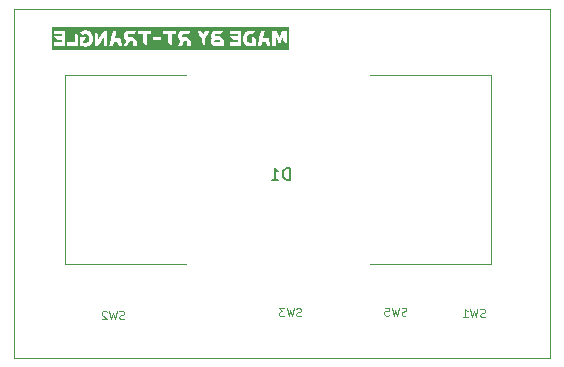
<source format=gbr>
%TF.GenerationSoftware,KiCad,Pcbnew,(6.0.1)*%
%TF.CreationDate,2022-09-04T12:14:09+08:00*%
%TF.ProjectId,Digital Clock,44696769-7461-46c2-9043-6c6f636b2e6b,_____*%
%TF.SameCoordinates,Original*%
%TF.FileFunction,Legend,Bot*%
%TF.FilePolarity,Positive*%
%FSLAX46Y46*%
G04 Gerber Fmt 4.6, Leading zero omitted, Abs format (unit mm)*
G04 Created by KiCad (PCBNEW (6.0.1)) date 2022-09-04 12:14:09*
%MOMM*%
%LPD*%
G01*
G04 APERTURE LIST*
%TA.AperFunction,Profile*%
%ADD10C,0.100000*%
%TD*%
%ADD11C,0.100000*%
%ADD12C,0.150000*%
%ADD13C,0.120000*%
G04 APERTURE END LIST*
D10*
X43410000Y-19400000D02*
X88800000Y-19400000D01*
X88800000Y-19400000D02*
X88800000Y-48900000D01*
X88800000Y-48900000D02*
X43410000Y-48900000D01*
X43410000Y-48900000D02*
X43410000Y-19400000D01*
D11*
%TO.C,SW2*%
X52723333Y-45613333D02*
X52623333Y-45646666D01*
X52456666Y-45646666D01*
X52390000Y-45613333D01*
X52356666Y-45580000D01*
X52323333Y-45513333D01*
X52323333Y-45446666D01*
X52356666Y-45380000D01*
X52390000Y-45346666D01*
X52456666Y-45313333D01*
X52590000Y-45280000D01*
X52656666Y-45246666D01*
X52690000Y-45213333D01*
X52723333Y-45146666D01*
X52723333Y-45080000D01*
X52690000Y-45013333D01*
X52656666Y-44980000D01*
X52590000Y-44946666D01*
X52423333Y-44946666D01*
X52323333Y-44980000D01*
X52090000Y-44946666D02*
X51923333Y-45646666D01*
X51790000Y-45146666D01*
X51656666Y-45646666D01*
X51490000Y-44946666D01*
X51256666Y-45013333D02*
X51223333Y-44980000D01*
X51156666Y-44946666D01*
X50990000Y-44946666D01*
X50923333Y-44980000D01*
X50890000Y-45013333D01*
X50856666Y-45080000D01*
X50856666Y-45146666D01*
X50890000Y-45246666D01*
X51290000Y-45646666D01*
X50856666Y-45646666D01*
%TO.C,SW5*%
X76633333Y-45323333D02*
X76533333Y-45356666D01*
X76366666Y-45356666D01*
X76300000Y-45323333D01*
X76266666Y-45290000D01*
X76233333Y-45223333D01*
X76233333Y-45156666D01*
X76266666Y-45090000D01*
X76300000Y-45056666D01*
X76366666Y-45023333D01*
X76500000Y-44990000D01*
X76566666Y-44956666D01*
X76600000Y-44923333D01*
X76633333Y-44856666D01*
X76633333Y-44790000D01*
X76600000Y-44723333D01*
X76566666Y-44690000D01*
X76500000Y-44656666D01*
X76333333Y-44656666D01*
X76233333Y-44690000D01*
X76000000Y-44656666D02*
X75833333Y-45356666D01*
X75700000Y-44856666D01*
X75566666Y-45356666D01*
X75400000Y-44656666D01*
X74800000Y-44656666D02*
X75133333Y-44656666D01*
X75166666Y-44990000D01*
X75133333Y-44956666D01*
X75066666Y-44923333D01*
X74900000Y-44923333D01*
X74833333Y-44956666D01*
X74800000Y-44990000D01*
X74766666Y-45056666D01*
X74766666Y-45223333D01*
X74800000Y-45290000D01*
X74833333Y-45323333D01*
X74900000Y-45356666D01*
X75066666Y-45356666D01*
X75133333Y-45323333D01*
X75166666Y-45290000D01*
D12*
%TO.C,D1*%
X66748095Y-33852380D02*
X66748095Y-32852380D01*
X66510000Y-32852380D01*
X66367142Y-32900000D01*
X66271904Y-32995238D01*
X66224285Y-33090476D01*
X66176666Y-33280952D01*
X66176666Y-33423809D01*
X66224285Y-33614285D01*
X66271904Y-33709523D01*
X66367142Y-33804761D01*
X66510000Y-33852380D01*
X66748095Y-33852380D01*
X65224285Y-33852380D02*
X65795714Y-33852380D01*
X65510000Y-33852380D02*
X65510000Y-32852380D01*
X65605238Y-32995238D01*
X65700476Y-33090476D01*
X65795714Y-33138095D01*
D11*
%TO.C,SW1*%
X83283333Y-45443333D02*
X83183333Y-45476666D01*
X83016666Y-45476666D01*
X82950000Y-45443333D01*
X82916666Y-45410000D01*
X82883333Y-45343333D01*
X82883333Y-45276666D01*
X82916666Y-45210000D01*
X82950000Y-45176666D01*
X83016666Y-45143333D01*
X83150000Y-45110000D01*
X83216666Y-45076666D01*
X83250000Y-45043333D01*
X83283333Y-44976666D01*
X83283333Y-44910000D01*
X83250000Y-44843333D01*
X83216666Y-44810000D01*
X83150000Y-44776666D01*
X82983333Y-44776666D01*
X82883333Y-44810000D01*
X82650000Y-44776666D02*
X82483333Y-45476666D01*
X82350000Y-44976666D01*
X82216666Y-45476666D01*
X82050000Y-44776666D01*
X81416666Y-45476666D02*
X81816666Y-45476666D01*
X81616666Y-45476666D02*
X81616666Y-44776666D01*
X81683333Y-44876666D01*
X81750000Y-44943333D01*
X81816666Y-44976666D01*
%TO.C,SW3*%
X67723333Y-45373333D02*
X67623333Y-45406666D01*
X67456666Y-45406666D01*
X67390000Y-45373333D01*
X67356666Y-45340000D01*
X67323333Y-45273333D01*
X67323333Y-45206666D01*
X67356666Y-45140000D01*
X67390000Y-45106666D01*
X67456666Y-45073333D01*
X67590000Y-45040000D01*
X67656666Y-45006666D01*
X67690000Y-44973333D01*
X67723333Y-44906666D01*
X67723333Y-44840000D01*
X67690000Y-44773333D01*
X67656666Y-44740000D01*
X67590000Y-44706666D01*
X67423333Y-44706666D01*
X67323333Y-44740000D01*
X67090000Y-44706666D02*
X66923333Y-45406666D01*
X66790000Y-44906666D01*
X66656666Y-45406666D01*
X66490000Y-44706666D01*
X66290000Y-44706666D02*
X65856666Y-44706666D01*
X66090000Y-44973333D01*
X65990000Y-44973333D01*
X65923333Y-45006666D01*
X65890000Y-45040000D01*
X65856666Y-45106666D01*
X65856666Y-45273333D01*
X65890000Y-45340000D01*
X65923333Y-45373333D01*
X65990000Y-45406666D01*
X66190000Y-45406666D01*
X66256666Y-45373333D01*
X66290000Y-45340000D01*
D13*
%TO.C,D1*%
X83760000Y-40970000D02*
X73560000Y-40970000D01*
X57960000Y-24970000D02*
X47760000Y-24970000D01*
X83760000Y-24970000D02*
X83760000Y-40970000D01*
X47760000Y-24970000D02*
X47760000Y-40970000D01*
X57960000Y-40970000D02*
X47760000Y-40970000D01*
X83760000Y-24970000D02*
X73560000Y-24970000D01*
%TO.C,G1*%
G36*
X46660000Y-22869083D02*
G01*
X46660000Y-22525176D01*
X46814386Y-22525176D01*
X48835439Y-22525176D01*
X48975790Y-22525176D01*
X49085875Y-22525176D01*
X49104549Y-22525192D01*
X49133294Y-22525322D01*
X49156233Y-22525607D01*
X49174148Y-22526081D01*
X49187818Y-22526779D01*
X49198024Y-22527732D01*
X49205545Y-22528974D01*
X49211162Y-22530540D01*
X49223596Y-22534136D01*
X49242268Y-22538334D01*
X49265456Y-22542748D01*
X49291897Y-22547153D01*
X49320324Y-22551325D01*
X49349474Y-22555039D01*
X49360659Y-22556249D01*
X49387322Y-22558511D01*
X49416233Y-22560270D01*
X49445856Y-22561486D01*
X49474652Y-22562117D01*
X49501083Y-22562125D01*
X49523613Y-22561466D01*
X49540702Y-22560102D01*
X49564272Y-22556778D01*
X49628895Y-22543415D01*
X49686485Y-22525250D01*
X50235439Y-22525250D01*
X50386562Y-22524336D01*
X50537684Y-22523421D01*
X50776912Y-22134952D01*
X51016141Y-21746483D01*
X51017033Y-22135829D01*
X51017926Y-22525176D01*
X51323158Y-22525176D01*
X51466200Y-22525176D01*
X51781548Y-22525176D01*
X51823078Y-22350590D01*
X51825128Y-22341976D01*
X51833202Y-22308084D01*
X51840825Y-22276147D01*
X51847831Y-22246861D01*
X51854052Y-22220921D01*
X51859321Y-22199025D01*
X51863470Y-22181869D01*
X51866333Y-22170149D01*
X51867743Y-22164562D01*
X51870877Y-22153119D01*
X52020608Y-22154034D01*
X52170338Y-22154949D01*
X52258246Y-22525159D01*
X52415644Y-22525167D01*
X52573042Y-22525176D01*
X52684170Y-22525176D01*
X52836121Y-22525061D01*
X52988071Y-22524947D01*
X53215103Y-22093537D01*
X53498597Y-22093537D01*
X53498597Y-22525176D01*
X53800351Y-22525176D01*
X57263118Y-22525176D01*
X57567018Y-22524970D01*
X57680530Y-22309253D01*
X57794042Y-22093537D01*
X58077544Y-22093537D01*
X58077544Y-22525176D01*
X58379299Y-22525176D01*
X58379299Y-22094869D01*
X58234759Y-21938041D01*
X58090220Y-21781213D01*
X57900406Y-21781213D01*
X57856295Y-21781193D01*
X57818596Y-21781102D01*
X57786702Y-21780890D01*
X57760009Y-21780511D01*
X57737909Y-21779914D01*
X57719798Y-21779053D01*
X57705069Y-21777878D01*
X57693116Y-21776341D01*
X57683334Y-21774395D01*
X57675117Y-21771990D01*
X57667858Y-21769079D01*
X57660953Y-21765613D01*
X57653794Y-21761543D01*
X57643343Y-21754389D01*
X57625412Y-21736297D01*
X57611287Y-21713981D01*
X57601437Y-21688814D01*
X57596327Y-21662171D01*
X57596426Y-21635423D01*
X57602200Y-21609945D01*
X57604520Y-21604038D01*
X57617797Y-21580424D01*
X57635833Y-21559484D01*
X57657190Y-21542661D01*
X57680431Y-21531399D01*
X57682793Y-21530829D01*
X57689889Y-21529930D01*
X57701141Y-21529119D01*
X57716907Y-21528387D01*
X57737546Y-21527726D01*
X57763414Y-21527127D01*
X57794869Y-21526580D01*
X57832269Y-21526077D01*
X57875972Y-21525607D01*
X57926334Y-21525163D01*
X58159334Y-21523283D01*
X58255314Y-21388176D01*
X58272313Y-21364246D01*
X58291615Y-21337067D01*
X58309724Y-21311561D01*
X58326162Y-21288404D01*
X58340450Y-21268268D01*
X58352109Y-21251830D01*
X58360660Y-21239764D01*
X58365625Y-21232744D01*
X58378428Y-21214583D01*
X58919650Y-21214583D01*
X58919685Y-21214687D01*
X58921810Y-21218826D01*
X58927058Y-21228667D01*
X58935214Y-21243811D01*
X58946062Y-21263862D01*
X58959386Y-21288423D01*
X58974971Y-21317096D01*
X58992601Y-21349485D01*
X59012059Y-21385194D01*
X59033130Y-21423824D01*
X59055598Y-21464980D01*
X59079246Y-21508263D01*
X59103860Y-21553278D01*
X59288071Y-21890041D01*
X59288073Y-22193551D01*
X59435721Y-22354977D01*
X59439768Y-22359400D01*
X59465658Y-22387703D01*
X59490119Y-22414437D01*
X59512737Y-22439151D01*
X59533099Y-22461393D01*
X59550791Y-22480712D01*
X59565400Y-22496657D01*
X59576513Y-22508777D01*
X59583716Y-22516621D01*
X59586597Y-22519736D01*
X59586728Y-22519690D01*
X59587274Y-22515265D01*
X59587776Y-22504190D01*
X59588231Y-22486763D01*
X59588635Y-22463284D01*
X59588985Y-22434051D01*
X59589279Y-22399364D01*
X59589513Y-22359523D01*
X59589684Y-22314826D01*
X59589789Y-22265572D01*
X59589825Y-22212062D01*
X59589825Y-21901053D01*
X59745956Y-21617798D01*
X60081232Y-21617798D01*
X60083975Y-21662580D01*
X60090462Y-21706120D01*
X60100629Y-21746493D01*
X60104765Y-21758499D01*
X60112514Y-21778036D01*
X60121660Y-21798793D01*
X60131288Y-21818805D01*
X60140480Y-21836107D01*
X60148320Y-21848732D01*
X60148970Y-21849664D01*
X60153079Y-21856785D01*
X60154135Y-21861100D01*
X60153830Y-21861702D01*
X60150741Y-21867144D01*
X60145236Y-21876529D01*
X60138259Y-21888246D01*
X60124993Y-21912699D01*
X60107045Y-21955527D01*
X60093284Y-22002076D01*
X60084205Y-22050859D01*
X60082635Y-22067958D01*
X60081778Y-22091469D01*
X60081811Y-22117712D01*
X60082668Y-22144743D01*
X60084285Y-22170614D01*
X60086597Y-22193381D01*
X60089540Y-22211097D01*
X60097500Y-22242168D01*
X60115681Y-22293257D01*
X60139091Y-22339914D01*
X60167538Y-22381938D01*
X60200833Y-22419129D01*
X60238782Y-22451283D01*
X60281196Y-22478200D01*
X60327882Y-22499679D01*
X60378649Y-22515517D01*
X60382396Y-22516422D01*
X60387252Y-22517501D01*
X60392402Y-22518457D01*
X60398267Y-22519301D01*
X60405266Y-22520040D01*
X60413820Y-22520685D01*
X60424349Y-22521243D01*
X60437274Y-22521724D01*
X60453013Y-22522136D01*
X60471989Y-22522489D01*
X60494620Y-22522791D01*
X60521328Y-22523051D01*
X60552532Y-22523279D01*
X60588652Y-22523482D01*
X60630109Y-22523671D01*
X60677323Y-22523853D01*
X60730714Y-22524038D01*
X60790702Y-22524234D01*
X61172281Y-22525468D01*
X61172281Y-22525176D01*
X61712632Y-22525176D01*
X62649474Y-22525176D01*
X62649474Y-21853282D01*
X62793495Y-21853282D01*
X62795523Y-21931138D01*
X62804336Y-22008482D01*
X62819933Y-22084673D01*
X62823811Y-22099488D01*
X62844116Y-22163299D01*
X62869024Y-22222658D01*
X62898319Y-22277353D01*
X62931785Y-22327170D01*
X62969203Y-22371897D01*
X63010357Y-22411319D01*
X63055031Y-22445225D01*
X63103006Y-22473400D01*
X63154066Y-22495631D01*
X63207994Y-22511707D01*
X63264573Y-22521412D01*
X63265712Y-22521529D01*
X63277199Y-22522261D01*
X63295393Y-22522919D01*
X63320025Y-22523499D01*
X63350825Y-22523998D01*
X63387525Y-22524414D01*
X63429855Y-22524742D01*
X63477546Y-22524981D01*
X63530328Y-22525126D01*
X63587932Y-22525176D01*
X63877544Y-22525176D01*
X64020586Y-22525176D01*
X64335934Y-22525176D01*
X64377464Y-22350590D01*
X64379514Y-22341976D01*
X64387588Y-22308084D01*
X64395211Y-22276147D01*
X64402217Y-22246861D01*
X64408438Y-22220921D01*
X64413706Y-22199025D01*
X64417856Y-22181869D01*
X64420719Y-22170149D01*
X64422129Y-22164562D01*
X64425263Y-22153119D01*
X64574994Y-22154034D01*
X64724724Y-22154949D01*
X64812632Y-22525159D01*
X64970030Y-22525167D01*
X65127428Y-22525176D01*
X65270527Y-22525176D01*
X65575759Y-22525176D01*
X65576652Y-22136403D01*
X65577544Y-21747631D01*
X65729869Y-22074114D01*
X65745958Y-22108587D01*
X65766376Y-22152300D01*
X65785823Y-22193894D01*
X65804100Y-22232945D01*
X65821006Y-22269029D01*
X65836343Y-22301720D01*
X65849911Y-22330596D01*
X65861512Y-22355231D01*
X65870946Y-22375202D01*
X65878014Y-22390083D01*
X65882517Y-22399452D01*
X65884255Y-22402882D01*
X65885447Y-22401069D01*
X65889424Y-22393394D01*
X65895988Y-22380101D01*
X65904942Y-22361608D01*
X65916088Y-22338330D01*
X65929229Y-22310683D01*
X65944169Y-22279083D01*
X65960710Y-22243946D01*
X65978655Y-22205687D01*
X65997808Y-22164722D01*
X66017971Y-22121468D01*
X66038948Y-22076340D01*
X66191579Y-21747513D01*
X66193334Y-21882914D01*
X66195088Y-22018315D01*
X66338555Y-22174364D01*
X66363795Y-22201812D01*
X66388512Y-22228681D01*
X66411567Y-22253735D01*
X66432520Y-22276493D01*
X66450929Y-22296478D01*
X66466354Y-22313210D01*
X66478353Y-22326212D01*
X66486485Y-22335003D01*
X66490310Y-22339105D01*
X66498597Y-22347799D01*
X66498597Y-21212651D01*
X66315923Y-21213560D01*
X66133249Y-21214468D01*
X66010654Y-21479248D01*
X65999687Y-21502920D01*
X65981337Y-21542466D01*
X65963926Y-21579914D01*
X65947674Y-21614788D01*
X65932806Y-21646614D01*
X65919544Y-21674918D01*
X65908111Y-21699224D01*
X65898728Y-21719057D01*
X65891619Y-21733942D01*
X65887007Y-21743406D01*
X65885114Y-21746972D01*
X65884203Y-21745927D01*
X65880537Y-21739342D01*
X65874319Y-21727133D01*
X65865766Y-21709761D01*
X65855098Y-21687684D01*
X65842534Y-21661364D01*
X65828293Y-21631259D01*
X65812594Y-21597830D01*
X65795657Y-21561536D01*
X65777700Y-21522837D01*
X65758943Y-21482193D01*
X65635716Y-21214468D01*
X65453121Y-21213560D01*
X65270527Y-21212651D01*
X65270527Y-22525176D01*
X65127428Y-22525176D01*
X65124997Y-22515525D01*
X65124895Y-22515114D01*
X65123448Y-22509071D01*
X65120530Y-22496787D01*
X65116258Y-22478752D01*
X65110747Y-22455459D01*
X65104115Y-22427401D01*
X65096476Y-22395069D01*
X65087949Y-22358956D01*
X65078648Y-22319553D01*
X65068691Y-22277354D01*
X65058193Y-22232849D01*
X65047270Y-22186532D01*
X65045244Y-22177938D01*
X65034362Y-22131810D01*
X65023906Y-22087520D01*
X65013994Y-22045567D01*
X65004745Y-22006452D01*
X64996276Y-21970674D01*
X64988706Y-21938731D01*
X64982154Y-21911124D01*
X64976737Y-21888351D01*
X64972575Y-21870911D01*
X64969784Y-21859304D01*
X64968484Y-21854030D01*
X64964993Y-21840871D01*
X64497720Y-21840871D01*
X64499702Y-21831220D01*
X64500272Y-21828660D01*
X64502386Y-21819509D01*
X64505870Y-21804591D01*
X64510582Y-21784504D01*
X64516380Y-21759849D01*
X64523122Y-21731226D01*
X64530667Y-21699235D01*
X64538872Y-21664475D01*
X64547595Y-21627548D01*
X64556694Y-21589051D01*
X64566028Y-21549587D01*
X64575454Y-21509753D01*
X64584830Y-21470152D01*
X64594015Y-21431381D01*
X64602866Y-21394042D01*
X64611241Y-21358735D01*
X64618998Y-21326059D01*
X64625996Y-21296613D01*
X64632093Y-21271000D01*
X64637145Y-21249817D01*
X64641013Y-21233665D01*
X64643552Y-21223144D01*
X64644622Y-21218855D01*
X64644752Y-21217520D01*
X64643846Y-21216290D01*
X64641265Y-21215289D01*
X64636415Y-21214494D01*
X64628704Y-21213881D01*
X64617536Y-21213427D01*
X64602320Y-21213107D01*
X64582460Y-21212900D01*
X64557364Y-21212781D01*
X64526438Y-21212726D01*
X64489088Y-21212714D01*
X64331737Y-21212714D01*
X64177724Y-21861049D01*
X64162178Y-21926498D01*
X64146891Y-21990871D01*
X64132107Y-22053134D01*
X64117908Y-22112952D01*
X64104373Y-22169987D01*
X64091581Y-22223902D01*
X64079613Y-22274360D01*
X64068548Y-22321023D01*
X64058467Y-22363555D01*
X64049449Y-22401618D01*
X64041574Y-22434875D01*
X64034923Y-22462990D01*
X64029575Y-22485625D01*
X64025610Y-22502443D01*
X64023107Y-22513107D01*
X64022148Y-22517280D01*
X64020586Y-22525176D01*
X63877544Y-22525176D01*
X63877338Y-22220748D01*
X63877131Y-21916320D01*
X63591579Y-21607098D01*
X63589787Y-22219870D01*
X63472943Y-22219870D01*
X63438103Y-22219788D01*
X63409454Y-22219528D01*
X63386192Y-22219060D01*
X63367511Y-22218355D01*
X63352606Y-22217381D01*
X63340673Y-22216109D01*
X63330905Y-22214508D01*
X63320811Y-22212131D01*
X63294700Y-22203317D01*
X63267390Y-22190967D01*
X63241332Y-22176266D01*
X63218979Y-22160400D01*
X63218725Y-22160193D01*
X63189797Y-22132215D01*
X63164314Y-22098838D01*
X63142593Y-22060941D01*
X63124950Y-22019401D01*
X63111702Y-21975095D01*
X63103164Y-21928901D01*
X63099653Y-21881698D01*
X63101485Y-21834361D01*
X63103085Y-21819990D01*
X63112356Y-21768142D01*
X63126605Y-21720436D01*
X63145675Y-21677138D01*
X63169408Y-21638516D01*
X63197648Y-21604835D01*
X63230237Y-21576364D01*
X63267018Y-21553368D01*
X63271737Y-21550919D01*
X63282342Y-21545538D01*
X63292016Y-21541041D01*
X63301481Y-21537340D01*
X63311460Y-21534348D01*
X63322675Y-21531975D01*
X63335850Y-21530133D01*
X63351706Y-21528734D01*
X63370966Y-21527690D01*
X63394353Y-21526911D01*
X63422590Y-21526310D01*
X63456398Y-21525797D01*
X63496500Y-21525286D01*
X63657562Y-21523283D01*
X63767201Y-21368875D01*
X63876841Y-21214468D01*
X63592105Y-21213417D01*
X63582315Y-21213381D01*
X63527123Y-21213206D01*
X63478358Y-21213116D01*
X63435516Y-21213128D01*
X63398089Y-21213262D01*
X63365573Y-21213538D01*
X63337461Y-21213974D01*
X63313248Y-21214589D01*
X63292428Y-21215403D01*
X63274495Y-21216434D01*
X63258943Y-21217703D01*
X63245266Y-21219227D01*
X63232958Y-21221026D01*
X63221515Y-21223120D01*
X63210429Y-21225526D01*
X63199195Y-21228265D01*
X63197683Y-21228652D01*
X63143890Y-21246037D01*
X63093095Y-21269623D01*
X63045509Y-21299174D01*
X63001340Y-21334454D01*
X62960802Y-21375227D01*
X62924104Y-21421257D01*
X62891457Y-21472307D01*
X62863073Y-21528141D01*
X62839161Y-21588522D01*
X62819933Y-21653216D01*
X62809792Y-21698598D01*
X62798251Y-21775555D01*
X62793495Y-21853282D01*
X62649474Y-21853282D01*
X62649474Y-21212714D01*
X61712632Y-21212714D01*
X61712632Y-21525037D01*
X62347720Y-21525037D01*
X62347720Y-21693445D01*
X62030684Y-21694340D01*
X61713648Y-21695236D01*
X61854368Y-21850468D01*
X61995088Y-22005699D01*
X62169650Y-22005752D01*
X62344211Y-22005806D01*
X62344211Y-22212852D01*
X61712632Y-22212852D01*
X61712632Y-22525176D01*
X61172281Y-22525176D01*
X61172281Y-22013020D01*
X61029165Y-21857638D01*
X60886049Y-21702255D01*
X60672148Y-21700360D01*
X60648254Y-21700142D01*
X60605650Y-21699707D01*
X60569313Y-21699261D01*
X60538743Y-21698788D01*
X60513439Y-21698273D01*
X60492901Y-21697701D01*
X60476631Y-21697057D01*
X60464126Y-21696325D01*
X60454888Y-21695491D01*
X60448416Y-21694538D01*
X60444211Y-21693453D01*
X60431984Y-21687115D01*
X60417433Y-21675713D01*
X60403802Y-21661624D01*
X60392898Y-21646742D01*
X60386530Y-21632964D01*
X60386135Y-21631502D01*
X60383272Y-21609770D01*
X60386791Y-21589779D01*
X60396904Y-21570907D01*
X60413823Y-21552530D01*
X60417067Y-21549580D01*
X60421915Y-21545200D01*
X60426537Y-21541427D01*
X60431451Y-21538211D01*
X60437173Y-21535503D01*
X60444221Y-21533254D01*
X60453112Y-21531414D01*
X60464364Y-21529935D01*
X60478495Y-21528766D01*
X60496020Y-21527859D01*
X60517459Y-21527165D01*
X60543328Y-21526635D01*
X60574145Y-21526218D01*
X60610426Y-21525866D01*
X60652690Y-21525530D01*
X60701454Y-21525160D01*
X60944662Y-21523283D01*
X61058069Y-21368875D01*
X61171477Y-21214468D01*
X60814861Y-21213469D01*
X60750148Y-21213326D01*
X60689191Y-21213272D01*
X60634055Y-21213311D01*
X60584888Y-21213444D01*
X60541840Y-21213668D01*
X60505061Y-21213983D01*
X60474701Y-21214388D01*
X60450909Y-21214881D01*
X60433835Y-21215463D01*
X60423628Y-21216130D01*
X60410981Y-21217654D01*
X60407720Y-21218047D01*
X60368385Y-21225296D01*
X60332169Y-21236134D01*
X60296610Y-21251242D01*
X60267988Y-21266467D01*
X60226054Y-21294720D01*
X60189303Y-21327610D01*
X60157657Y-21365233D01*
X60131038Y-21407689D01*
X60109368Y-21455076D01*
X60092569Y-21507491D01*
X60087239Y-21532196D01*
X60082299Y-21573695D01*
X60081232Y-21617798D01*
X59745956Y-21617798D01*
X59775770Y-21563708D01*
X59779453Y-21557027D01*
X59804212Y-21512106D01*
X59828027Y-21468895D01*
X59850675Y-21427797D01*
X59871935Y-21389215D01*
X59891585Y-21353552D01*
X59909401Y-21321212D01*
X59925163Y-21292598D01*
X59938647Y-21268114D01*
X59949632Y-21248162D01*
X59957895Y-21233147D01*
X59963214Y-21223471D01*
X59965367Y-21219538D01*
X59965596Y-21219100D01*
X59966092Y-21217654D01*
X59965635Y-21216445D01*
X59963672Y-21215452D01*
X59959652Y-21214653D01*
X59953025Y-21214029D01*
X59943239Y-21213558D01*
X59929743Y-21213219D01*
X59911986Y-21212991D01*
X59889415Y-21212853D01*
X59861481Y-21212785D01*
X59827632Y-21212765D01*
X59787317Y-21212773D01*
X59605615Y-21212832D01*
X59524913Y-21360074D01*
X59524369Y-21361065D01*
X59508214Y-21390470D01*
X59493082Y-21417888D01*
X59479305Y-21442724D01*
X59467219Y-21464379D01*
X59457157Y-21482259D01*
X59449453Y-21495767D01*
X59444442Y-21504306D01*
X59442457Y-21507280D01*
X59442456Y-21507280D01*
X59440479Y-21504281D01*
X59435499Y-21495709D01*
X59427848Y-21482164D01*
X59417860Y-21464246D01*
X59405868Y-21442556D01*
X59392206Y-21417694D01*
X59377206Y-21390261D01*
X59361201Y-21360857D01*
X59281700Y-21214468D01*
X59100675Y-21213559D01*
X59088399Y-21213502D01*
X59054189Y-21213391D01*
X59022419Y-21213357D01*
X58993742Y-21213398D01*
X58968813Y-21213509D01*
X58948285Y-21213687D01*
X58932812Y-21213927D01*
X58923049Y-21214227D01*
X58919650Y-21214583D01*
X58378428Y-21214583D01*
X58379955Y-21212417D01*
X58003311Y-21213655D01*
X57965185Y-21213781D01*
X57909785Y-21213971D01*
X57860714Y-21214155D01*
X57817548Y-21214342D01*
X57779865Y-21214542D01*
X57747240Y-21214762D01*
X57719251Y-21215013D01*
X57695474Y-21215304D01*
X57675485Y-21215643D01*
X57658862Y-21216039D01*
X57645181Y-21216502D01*
X57634018Y-21217040D01*
X57624951Y-21217663D01*
X57617555Y-21218380D01*
X57611408Y-21219200D01*
X57606087Y-21220132D01*
X57601166Y-21221184D01*
X57596225Y-21222367D01*
X57559810Y-21233248D01*
X57513517Y-21253240D01*
X57470721Y-21279043D01*
X57431778Y-21310319D01*
X57397044Y-21346728D01*
X57366878Y-21387933D01*
X57341634Y-21433594D01*
X57321670Y-21483371D01*
X57320679Y-21486362D01*
X57312884Y-21510946D01*
X57309010Y-21525037D01*
X57306962Y-21532484D01*
X57302665Y-21552651D01*
X57299750Y-21573123D01*
X57297972Y-21595576D01*
X57297084Y-21621685D01*
X57296843Y-21653125D01*
X57297086Y-21684419D01*
X57297977Y-21710439D01*
X57299750Y-21732755D01*
X57302642Y-21753022D01*
X57306890Y-21772893D01*
X57312729Y-21794021D01*
X57320395Y-21818060D01*
X57337406Y-21862459D01*
X57361069Y-21908640D01*
X57389460Y-21949962D01*
X57422972Y-21986915D01*
X57462001Y-22019989D01*
X57506939Y-22049671D01*
X57507838Y-22050820D01*
X57507926Y-22053293D01*
X57506888Y-22057482D01*
X57504505Y-22063835D01*
X57500558Y-22072799D01*
X57494828Y-22084820D01*
X57487097Y-22100346D01*
X57477145Y-22119823D01*
X57464755Y-22143700D01*
X57449707Y-22172421D01*
X57431782Y-22206436D01*
X57410762Y-22246190D01*
X57393151Y-22279459D01*
X57374680Y-22314357D01*
X57356919Y-22347913D01*
X57340236Y-22379433D01*
X57324999Y-22408222D01*
X57311575Y-22433587D01*
X57300332Y-22454832D01*
X57291637Y-22471264D01*
X57285857Y-22482187D01*
X57263118Y-22525176D01*
X53800351Y-22525176D01*
X53800351Y-22094895D01*
X53511375Y-21781213D01*
X53321413Y-21781213D01*
X53277311Y-21781193D01*
X53239618Y-21781102D01*
X53207731Y-21780890D01*
X53181042Y-21780510D01*
X53158947Y-21779913D01*
X53140839Y-21779052D01*
X53126113Y-21777877D01*
X53114162Y-21776340D01*
X53104382Y-21774394D01*
X53096166Y-21771989D01*
X53088909Y-21769078D01*
X53082004Y-21765612D01*
X53074847Y-21761543D01*
X53064395Y-21754389D01*
X53046464Y-21736297D01*
X53032340Y-21713981D01*
X53022489Y-21688814D01*
X53017380Y-21662171D01*
X53017478Y-21635423D01*
X53023253Y-21609945D01*
X53025572Y-21604038D01*
X53038849Y-21580424D01*
X53056885Y-21559484D01*
X53078243Y-21542661D01*
X53101484Y-21531399D01*
X53103846Y-21530829D01*
X53110941Y-21529930D01*
X53122194Y-21529119D01*
X53137960Y-21528387D01*
X53158599Y-21527726D01*
X53184467Y-21527127D01*
X53215922Y-21526580D01*
X53253322Y-21526077D01*
X53297024Y-21525607D01*
X53347386Y-21525163D01*
X53363002Y-21525037D01*
X53944211Y-21525037D01*
X54330176Y-21525037D01*
X54330176Y-22194654D01*
X54469148Y-22346755D01*
X54490220Y-22369808D01*
X54514924Y-22396812D01*
X54538129Y-22422151D01*
X54559373Y-22445323D01*
X54578195Y-22465826D01*
X54594133Y-22483155D01*
X54606725Y-22496809D01*
X54615510Y-22506285D01*
X54620025Y-22511080D01*
X54631930Y-22523304D01*
X54631930Y-22019843D01*
X55207369Y-22019843D01*
X55888071Y-22019843D01*
X55888071Y-21756648D01*
X55207369Y-21756648D01*
X55207369Y-22019843D01*
X54631930Y-22019843D01*
X54631930Y-21525037D01*
X55031930Y-21525037D01*
X56063509Y-21525037D01*
X56449474Y-21525037D01*
X56449474Y-22194654D01*
X56588446Y-22346755D01*
X56609518Y-22369808D01*
X56634222Y-22396812D01*
X56657427Y-22422151D01*
X56678672Y-22445323D01*
X56697494Y-22465826D01*
X56713431Y-22483155D01*
X56726023Y-22496809D01*
X56734808Y-22506285D01*
X56739323Y-22511080D01*
X56751229Y-22523304D01*
X56751229Y-21525037D01*
X57151229Y-21525037D01*
X57151229Y-21212714D01*
X56063509Y-21212714D01*
X56063509Y-21525037D01*
X55031930Y-21525037D01*
X55031930Y-21212714D01*
X53944211Y-21212714D01*
X53944211Y-21525037D01*
X53363002Y-21525037D01*
X53580387Y-21523283D01*
X53676367Y-21388176D01*
X53693366Y-21364246D01*
X53712667Y-21337067D01*
X53730777Y-21311561D01*
X53747215Y-21288404D01*
X53761502Y-21268268D01*
X53773161Y-21251830D01*
X53781712Y-21239764D01*
X53786677Y-21232744D01*
X53801007Y-21212417D01*
X53424364Y-21213655D01*
X53386238Y-21213781D01*
X53330838Y-21213971D01*
X53281766Y-21214155D01*
X53238601Y-21214342D01*
X53200917Y-21214542D01*
X53168293Y-21214762D01*
X53140304Y-21215013D01*
X53116526Y-21215304D01*
X53096538Y-21215643D01*
X53079915Y-21216039D01*
X53066233Y-21216502D01*
X53055071Y-21217040D01*
X53046003Y-21217663D01*
X53038608Y-21218380D01*
X53032461Y-21219200D01*
X53027139Y-21220132D01*
X53022219Y-21221184D01*
X53017277Y-21222367D01*
X52980976Y-21233201D01*
X52934633Y-21253177D01*
X52891810Y-21278960D01*
X52852856Y-21310220D01*
X52818121Y-21346623D01*
X52787954Y-21387837D01*
X52762705Y-21433531D01*
X52742723Y-21483371D01*
X52741731Y-21486362D01*
X52733937Y-21510946D01*
X52728014Y-21532484D01*
X52723718Y-21552651D01*
X52720803Y-21573123D01*
X52719024Y-21595576D01*
X52718137Y-21621685D01*
X52717895Y-21653125D01*
X52718139Y-21684419D01*
X52719029Y-21710439D01*
X52720803Y-21732755D01*
X52723695Y-21753022D01*
X52727943Y-21772893D01*
X52733781Y-21794021D01*
X52741448Y-21818060D01*
X52758458Y-21862459D01*
X52782122Y-21908640D01*
X52810512Y-21949962D01*
X52844025Y-21986915D01*
X52883053Y-22019989D01*
X52927992Y-22049671D01*
X52928890Y-22050820D01*
X52928979Y-22053293D01*
X52927941Y-22057482D01*
X52925558Y-22063835D01*
X52921611Y-22072799D01*
X52915881Y-22084820D01*
X52908150Y-22100346D01*
X52898198Y-22119823D01*
X52885807Y-22143700D01*
X52870759Y-22172421D01*
X52852834Y-22206436D01*
X52831814Y-22246190D01*
X52814204Y-22279459D01*
X52795733Y-22314357D01*
X52777972Y-22347913D01*
X52761289Y-22379433D01*
X52746052Y-22408222D01*
X52732628Y-22433587D01*
X52721384Y-22454832D01*
X52712689Y-22471264D01*
X52706910Y-22482187D01*
X52684170Y-22525176D01*
X52573042Y-22525176D01*
X52570611Y-22515525D01*
X52570509Y-22515114D01*
X52569062Y-22509071D01*
X52566144Y-22496787D01*
X52561872Y-22478752D01*
X52556361Y-22455459D01*
X52549729Y-22427401D01*
X52542091Y-22395069D01*
X52533563Y-22358956D01*
X52524262Y-22319553D01*
X52514305Y-22277354D01*
X52503807Y-22232849D01*
X52492884Y-22186532D01*
X52490858Y-22177938D01*
X52479976Y-22131810D01*
X52469520Y-22087520D01*
X52459608Y-22045567D01*
X52450359Y-22006452D01*
X52441890Y-21970674D01*
X52434320Y-21938731D01*
X52427768Y-21911124D01*
X52422351Y-21888351D01*
X52418189Y-21870911D01*
X52415398Y-21859304D01*
X52414098Y-21854030D01*
X52410607Y-21840871D01*
X51943334Y-21840871D01*
X51945316Y-21831220D01*
X51945886Y-21828660D01*
X51948000Y-21819509D01*
X51951484Y-21804591D01*
X51956196Y-21784504D01*
X51961994Y-21759849D01*
X51968736Y-21731226D01*
X51976281Y-21699235D01*
X51984486Y-21664475D01*
X51993209Y-21627548D01*
X52002308Y-21589051D01*
X52011642Y-21549587D01*
X52021068Y-21509753D01*
X52030444Y-21470152D01*
X52039629Y-21431381D01*
X52048480Y-21394042D01*
X52056855Y-21358735D01*
X52064612Y-21326059D01*
X52071610Y-21296613D01*
X52077707Y-21271000D01*
X52082760Y-21249817D01*
X52086627Y-21233665D01*
X52089166Y-21223144D01*
X52090237Y-21218855D01*
X52090366Y-21217520D01*
X52089460Y-21216290D01*
X52086879Y-21215289D01*
X52082029Y-21214494D01*
X52074318Y-21213881D01*
X52063150Y-21213427D01*
X52047934Y-21213107D01*
X52028074Y-21212900D01*
X52002978Y-21212781D01*
X51972052Y-21212726D01*
X51934702Y-21212714D01*
X51777351Y-21212714D01*
X51623338Y-21861049D01*
X51607792Y-21926498D01*
X51592505Y-21990871D01*
X51577722Y-22053134D01*
X51563522Y-22112952D01*
X51549987Y-22169987D01*
X51537195Y-22223902D01*
X51525227Y-22274360D01*
X51514162Y-22321023D01*
X51504081Y-22363555D01*
X51495063Y-22401618D01*
X51487188Y-22434875D01*
X51480537Y-22462990D01*
X51475189Y-22485625D01*
X51471224Y-22502443D01*
X51468722Y-22513107D01*
X51467762Y-22517280D01*
X51466200Y-22525176D01*
X51323158Y-22525176D01*
X51323158Y-21212714D01*
X51018757Y-21212714D01*
X50780607Y-21599535D01*
X50542457Y-21986357D01*
X50541553Y-21768491D01*
X50540650Y-21550626D01*
X50398266Y-21393075D01*
X50373283Y-21365442D01*
X50348644Y-21338218D01*
X50325599Y-21312781D01*
X50304591Y-21289619D01*
X50286065Y-21269222D01*
X50270465Y-21252080D01*
X50258235Y-21238679D01*
X50249819Y-21229511D01*
X50245661Y-21225063D01*
X50235439Y-21214603D01*
X50235439Y-22525250D01*
X49686485Y-22525250D01*
X49689643Y-22524254D01*
X49746704Y-22499205D01*
X49800265Y-22468177D01*
X49850514Y-22431079D01*
X49897637Y-22387822D01*
X49904947Y-22380270D01*
X49948163Y-22329831D01*
X49985826Y-22275206D01*
X50017872Y-22216567D01*
X50044235Y-22154086D01*
X50064852Y-22087935D01*
X50079657Y-22018286D01*
X50088588Y-21945311D01*
X50091579Y-21869182D01*
X50091530Y-21859349D01*
X50087818Y-21785057D01*
X50078303Y-21713679D01*
X50063108Y-21645470D01*
X50042354Y-21580686D01*
X50016165Y-21519582D01*
X49984663Y-21462413D01*
X49947970Y-21409434D01*
X49906209Y-21360900D01*
X49859502Y-21317068D01*
X49807972Y-21278191D01*
X49790711Y-21267247D01*
X49762064Y-21251082D01*
X49731070Y-21235454D01*
X49700332Y-21221655D01*
X49672450Y-21210975D01*
X49615135Y-21194699D01*
X49555237Y-21183935D01*
X49494518Y-21178918D01*
X49433664Y-21179514D01*
X49373360Y-21185590D01*
X49314290Y-21197013D01*
X49257140Y-21213651D01*
X49202594Y-21235369D01*
X49151338Y-21262036D01*
X49104056Y-21293517D01*
X49061433Y-21329681D01*
X49031569Y-21358348D01*
X49114692Y-21447834D01*
X49128056Y-21462218D01*
X49148444Y-21484148D01*
X49167833Y-21504990D01*
X49185469Y-21523932D01*
X49200597Y-21540164D01*
X49212460Y-21552874D01*
X49220304Y-21561252D01*
X49242794Y-21585184D01*
X49265986Y-21563486D01*
X49293285Y-21540325D01*
X49324687Y-21519885D01*
X49357675Y-21505271D01*
X49393632Y-21495884D01*
X49433946Y-21491129D01*
X49449383Y-21490542D01*
X49495681Y-21493223D01*
X49540126Y-21502461D01*
X49582298Y-21517999D01*
X49621779Y-21539580D01*
X49658148Y-21566948D01*
X49690985Y-21599845D01*
X49719872Y-21638014D01*
X49744388Y-21681199D01*
X49752055Y-21697707D01*
X49767668Y-21738646D01*
X49778309Y-21780120D01*
X49784371Y-21823918D01*
X49786247Y-21871830D01*
X49784421Y-21916219D01*
X49777273Y-21967135D01*
X49764521Y-22014713D01*
X49745955Y-22059695D01*
X49721368Y-22102825D01*
X49696763Y-22136041D01*
X49663565Y-22170199D01*
X49625917Y-22198996D01*
X49584059Y-22222250D01*
X49538234Y-22239783D01*
X49533812Y-22241121D01*
X49522408Y-22244294D01*
X49511949Y-22246520D01*
X49500844Y-22247967D01*
X49487498Y-22248804D01*
X49470321Y-22249197D01*
X49447720Y-22249315D01*
X49437621Y-22249256D01*
X49402882Y-22247945D01*
X49369826Y-22245054D01*
X49339774Y-22240762D01*
X49314045Y-22235244D01*
X49293960Y-22228679D01*
X49281053Y-22223285D01*
X49281053Y-22070621D01*
X49395088Y-21915211D01*
X49408138Y-21897416D01*
X49428737Y-21869283D01*
X49447809Y-21843182D01*
X49464978Y-21819630D01*
X49479868Y-21799146D01*
X49492104Y-21782245D01*
X49501308Y-21769447D01*
X49507107Y-21761268D01*
X49509123Y-21758225D01*
X49509065Y-21758192D01*
X49504779Y-21757941D01*
X49494084Y-21757704D01*
X49477518Y-21757483D01*
X49455621Y-21757280D01*
X49428932Y-21757101D01*
X49397989Y-21756946D01*
X49363331Y-21756821D01*
X49325497Y-21756727D01*
X49285026Y-21756669D01*
X49242457Y-21756648D01*
X48975790Y-21756648D01*
X48975790Y-22525176D01*
X48835439Y-22525176D01*
X48835439Y-21549392D01*
X48683685Y-21382718D01*
X48531930Y-21216043D01*
X48531041Y-21714448D01*
X48530152Y-22212852D01*
X47895088Y-22212852D01*
X47895088Y-22525176D01*
X47751229Y-22525176D01*
X47751229Y-21212714D01*
X46814386Y-21212714D01*
X46814386Y-21525037D01*
X47449474Y-21525037D01*
X47449474Y-21693445D01*
X47132438Y-21694340D01*
X46815403Y-21695236D01*
X46956123Y-21850468D01*
X47096843Y-22005699D01*
X47271404Y-22005752D01*
X47445965Y-22005806D01*
X47445965Y-22212852D01*
X46814386Y-22212852D01*
X46814386Y-22525176D01*
X46660000Y-22525176D01*
X46660000Y-20910918D01*
X66660000Y-20910918D01*
X66660000Y-22869083D01*
X46660000Y-22869083D01*
G37*
G36*
X60870527Y-22213117D02*
G01*
X60664386Y-22212107D01*
X60458246Y-22211097D01*
X60438714Y-22201935D01*
X60426894Y-22195575D01*
X60406256Y-22179392D01*
X60390774Y-22159625D01*
X60381045Y-22137149D01*
X60377669Y-22112838D01*
X60378493Y-22100744D01*
X60385058Y-22077223D01*
X60397683Y-22055966D01*
X60415768Y-22037847D01*
X60438714Y-22023740D01*
X60458246Y-22014579D01*
X60664386Y-22013569D01*
X60870527Y-22012559D01*
X60870527Y-22213117D01*
G37*
%TD*%
M02*

</source>
